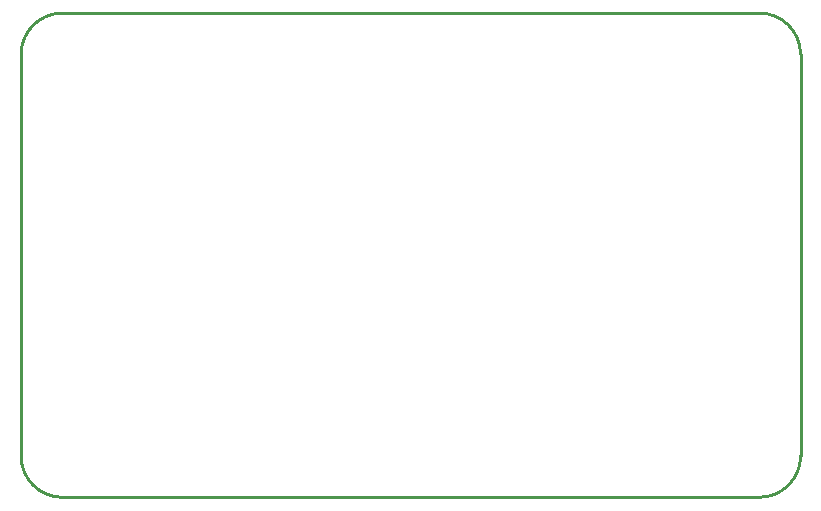
<source format=gko>
G04 Layer: BoardOutlineLayer*
G04 EasyEDA Pro v2.1.40, 2023-11-27 11:39:20*
G04 Gerber Generator version 0.3*
G04 Scale: 100 percent, Rotated: No, Reflected: No*
G04 Dimensions in millimeters*
G04 Leading zeros omitted, absolute positions, 3 integers and 5 decimals*
%FSLAX35Y35*%
%MOMM*%
%ADD10C,0.254*%
G75*


G04 Rect Start*
G54D10*
G01X0Y-350000D02*
G01X0Y-3750000D01*
G03X350000Y-4100000I350000J0D01*
G01X6250000D01*
G03X6600001Y-3750000I0J350000D01*
G01Y-350000D01*
G03X6250000Y0I-350000J0D01*
G01X350000D01*
G03X0Y-350000I0J-350000D01*
G04 Rect End*

M02*

</source>
